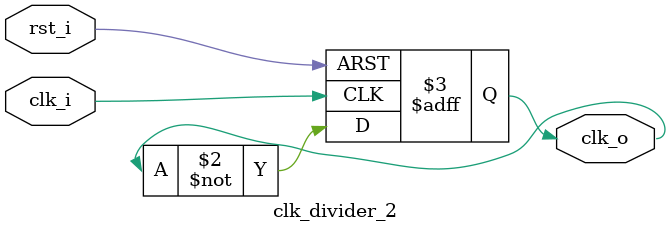
<source format=v>
module clk_divider_2 (
    input  wire clk_i,      // Input clock (1 MHz)
    input  wire rst_i,      // Active high reset
    output reg  clk_o       // Output clock (500 kHz)
);

    always @(posedge clk_i or posedge rst_i) begin
        if (rst_i) begin
            clk_o <= 1'b0;
        end else begin
            clk_o <= ~clk_o;  // Toggle output clock every input clock cycle
        end
    end

endmodule
</source>
